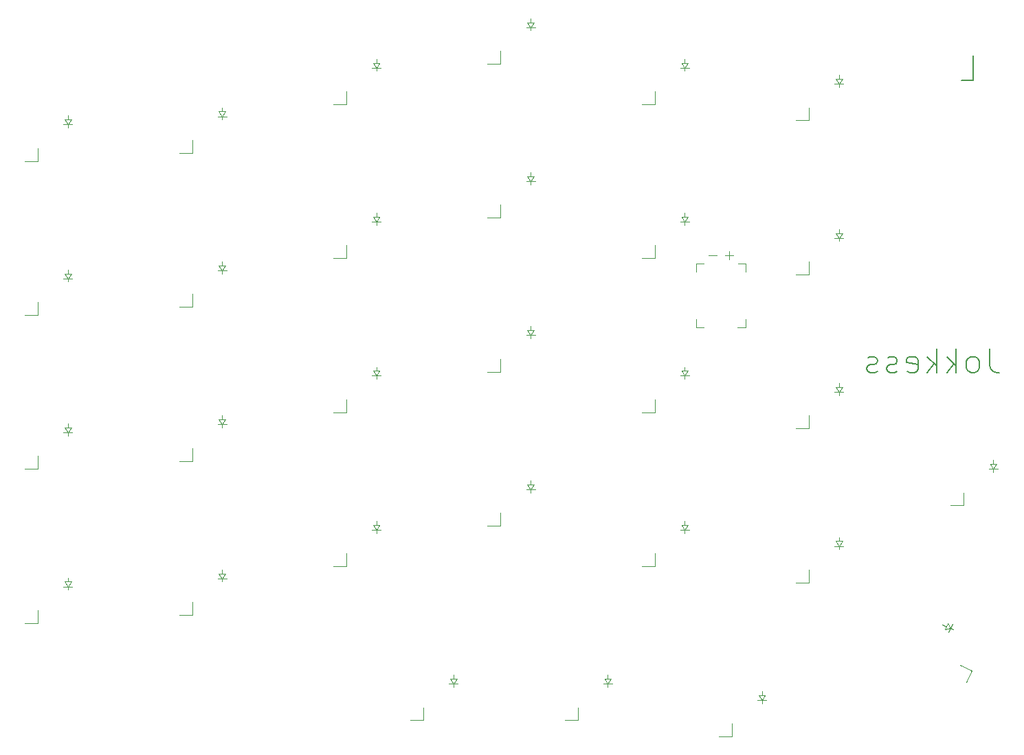
<source format=gbr>
%TF.GenerationSoftware,KiCad,Pcbnew,8.0.6*%
%TF.CreationDate,2024-12-22T09:15:40+01:00*%
%TF.ProjectId,left_finished,6c656674-5f66-4696-9e69-736865642e6b,0.1*%
%TF.SameCoordinates,Original*%
%TF.FileFunction,Legend,Bot*%
%TF.FilePolarity,Positive*%
%FSLAX46Y46*%
G04 Gerber Fmt 4.6, Leading zero omitted, Abs format (unit mm)*
G04 Created by KiCad (PCBNEW 8.0.6) date 2024-12-22 09:15:40*
%MOMM*%
%LPD*%
G01*
G04 APERTURE LIST*
%ADD10C,0.150000*%
%ADD11C,0.120000*%
%ADD12C,0.100000*%
G04 APERTURE END LIST*
D10*
X269071427Y-142480057D02*
X269071427Y-144622914D01*
X269071427Y-144622914D02*
X269214284Y-145051485D01*
X269214284Y-145051485D02*
X269499998Y-145337200D01*
X269499998Y-145337200D02*
X269928570Y-145480057D01*
X269928570Y-145480057D02*
X270214284Y-145480057D01*
X267214284Y-145480057D02*
X267499999Y-145337200D01*
X267499999Y-145337200D02*
X267642856Y-145194342D01*
X267642856Y-145194342D02*
X267785713Y-144908628D01*
X267785713Y-144908628D02*
X267785713Y-144051485D01*
X267785713Y-144051485D02*
X267642856Y-143765771D01*
X267642856Y-143765771D02*
X267499999Y-143622914D01*
X267499999Y-143622914D02*
X267214284Y-143480057D01*
X267214284Y-143480057D02*
X266785713Y-143480057D01*
X266785713Y-143480057D02*
X266499999Y-143622914D01*
X266499999Y-143622914D02*
X266357142Y-143765771D01*
X266357142Y-143765771D02*
X266214284Y-144051485D01*
X266214284Y-144051485D02*
X266214284Y-144908628D01*
X266214284Y-144908628D02*
X266357142Y-145194342D01*
X266357142Y-145194342D02*
X266499999Y-145337200D01*
X266499999Y-145337200D02*
X266785713Y-145480057D01*
X266785713Y-145480057D02*
X267214284Y-145480057D01*
X264928570Y-145480057D02*
X264928570Y-142480057D01*
X264642856Y-144337200D02*
X263785713Y-145480057D01*
X263785713Y-143480057D02*
X264928570Y-144622914D01*
X262499999Y-145480057D02*
X262499999Y-142480057D01*
X262214285Y-144337200D02*
X261357142Y-145480057D01*
X261357142Y-143480057D02*
X262499999Y-144622914D01*
X258928571Y-145337200D02*
X259214285Y-145480057D01*
X259214285Y-145480057D02*
X259785714Y-145480057D01*
X259785714Y-145480057D02*
X260071428Y-145337200D01*
X260071428Y-145337200D02*
X260214285Y-145051485D01*
X260214285Y-145051485D02*
X260214285Y-143908628D01*
X260214285Y-143908628D02*
X260071428Y-143622914D01*
X260071428Y-143622914D02*
X259785714Y-143480057D01*
X259785714Y-143480057D02*
X259214285Y-143480057D01*
X259214285Y-143480057D02*
X258928571Y-143622914D01*
X258928571Y-143622914D02*
X258785714Y-143908628D01*
X258785714Y-143908628D02*
X258785714Y-144194342D01*
X258785714Y-144194342D02*
X260214285Y-144480057D01*
X257642856Y-145337200D02*
X257357142Y-145480057D01*
X257357142Y-145480057D02*
X256785713Y-145480057D01*
X256785713Y-145480057D02*
X256499999Y-145337200D01*
X256499999Y-145337200D02*
X256357142Y-145051485D01*
X256357142Y-145051485D02*
X256357142Y-144908628D01*
X256357142Y-144908628D02*
X256499999Y-144622914D01*
X256499999Y-144622914D02*
X256785713Y-144480057D01*
X256785713Y-144480057D02*
X257214285Y-144480057D01*
X257214285Y-144480057D02*
X257499999Y-144337200D01*
X257499999Y-144337200D02*
X257642856Y-144051485D01*
X257642856Y-144051485D02*
X257642856Y-143908628D01*
X257642856Y-143908628D02*
X257499999Y-143622914D01*
X257499999Y-143622914D02*
X257214285Y-143480057D01*
X257214285Y-143480057D02*
X256785713Y-143480057D01*
X256785713Y-143480057D02*
X256499999Y-143622914D01*
X255214285Y-145337200D02*
X254928571Y-145480057D01*
X254928571Y-145480057D02*
X254357142Y-145480057D01*
X254357142Y-145480057D02*
X254071428Y-145337200D01*
X254071428Y-145337200D02*
X253928571Y-145051485D01*
X253928571Y-145051485D02*
X253928571Y-144908628D01*
X253928571Y-144908628D02*
X254071428Y-144622914D01*
X254071428Y-144622914D02*
X254357142Y-144480057D01*
X254357142Y-144480057D02*
X254785714Y-144480057D01*
X254785714Y-144480057D02*
X255071428Y-144337200D01*
X255071428Y-144337200D02*
X255214285Y-144051485D01*
X255214285Y-144051485D02*
X255214285Y-143908628D01*
X255214285Y-143908628D02*
X255071428Y-143622914D01*
X255071428Y-143622914D02*
X254785714Y-143480057D01*
X254785714Y-143480057D02*
X254357142Y-143480057D01*
X254357142Y-143480057D02*
X254071428Y-143622914D01*
X265571427Y-109380057D02*
X266999999Y-109380057D01*
X266999999Y-109380057D02*
X266999999Y-106380057D01*
D11*
%TO.C,JST1*%
X232890000Y-132040000D02*
X232890000Y-133040000D01*
X232890000Y-139860000D02*
X232890000Y-138860000D01*
X233810000Y-132040000D02*
X232890000Y-132040000D01*
X233810000Y-139860000D02*
X232890000Y-139860000D01*
D12*
X234450000Y-131000000D02*
X235450000Y-131000000D01*
X236950000Y-131500000D02*
X236950000Y-130500000D01*
X237450000Y-131000000D02*
X236450000Y-131000000D01*
D11*
X238010000Y-139860000D02*
X239010000Y-139860000D01*
X238090000Y-132040000D02*
X239010000Y-132040000D01*
X239010000Y-132040000D02*
X239010000Y-133040000D01*
X239010000Y-139860000D02*
X239010000Y-138860000D01*
D12*
%TO.C,D12*%
X193100000Y-107250000D02*
X193900000Y-107250000D01*
X193500000Y-107250000D02*
X193500000Y-106750000D01*
X193500000Y-107850000D02*
X192950000Y-107850000D01*
X193500000Y-107850000D02*
X193100000Y-107250000D01*
X193500000Y-107850000D02*
X194050000Y-107850000D01*
X193500000Y-108250000D02*
X193500000Y-107850000D01*
X193900000Y-107250000D02*
X193500000Y-107850000D01*
%TO.C,D8*%
X174100000Y-113250000D02*
X174900000Y-113250000D01*
X174500000Y-113250000D02*
X174500000Y-112750000D01*
X174500000Y-113850000D02*
X173950000Y-113850000D01*
X174500000Y-113850000D02*
X174100000Y-113250000D01*
X174500000Y-113850000D02*
X175050000Y-113850000D01*
X174500000Y-114250000D02*
X174500000Y-113850000D01*
X174900000Y-113250000D02*
X174500000Y-113850000D01*
%TO.C,D9*%
X193100000Y-164250000D02*
X193900000Y-164250000D01*
X193500000Y-164250000D02*
X193500000Y-163750000D01*
X193500000Y-164850000D02*
X192950000Y-164850000D01*
X193500000Y-164850000D02*
X193100000Y-164250000D01*
X193500000Y-164850000D02*
X194050000Y-164850000D01*
X193500000Y-165250000D02*
X193500000Y-164850000D01*
X193900000Y-164250000D02*
X193500000Y-164850000D01*
%TO.C,D13*%
X212100000Y-159250000D02*
X212900000Y-159250000D01*
X212500000Y-159250000D02*
X212500000Y-158750000D01*
X212500000Y-159850000D02*
X211950000Y-159850000D01*
X212500000Y-159850000D02*
X212100000Y-159250000D01*
X212500000Y-159850000D02*
X213050000Y-159850000D01*
X212500000Y-160250000D02*
X212500000Y-159850000D01*
X212900000Y-159250000D02*
X212500000Y-159850000D01*
D11*
%TO.C,LED12*%
X189800000Y-110750000D02*
X189800000Y-112350000D01*
X189800000Y-112350000D02*
X188200000Y-112350000D01*
D12*
%TO.C,D22*%
X250100000Y-147250000D02*
X250900000Y-147250000D01*
X250500000Y-147250000D02*
X250500000Y-146750000D01*
X250500000Y-147850000D02*
X249950000Y-147850000D01*
X250500000Y-147850000D02*
X250100000Y-147250000D01*
X250500000Y-147850000D02*
X251050000Y-147850000D01*
X250500000Y-148250000D02*
X250500000Y-147850000D01*
X250900000Y-147250000D02*
X250500000Y-147850000D01*
D11*
%TO.C,LED27*%
X237300000Y-188750000D02*
X237300000Y-190350000D01*
X237300000Y-190350000D02*
X235700000Y-190350000D01*
%TO.C,LED25*%
X199300000Y-186750000D02*
X199300000Y-188350000D01*
X199300000Y-188350000D02*
X197700000Y-188350000D01*
%TO.C,LED22*%
X246800000Y-150750000D02*
X246800000Y-152350000D01*
X246800000Y-152350000D02*
X245200000Y-152350000D01*
%TO.C,LED18*%
X227800000Y-148750000D02*
X227800000Y-150350000D01*
X227800000Y-150350000D02*
X226200000Y-150350000D01*
%TO.C,LED3*%
X151800000Y-136750000D02*
X151800000Y-138350000D01*
X151800000Y-138350000D02*
X150200000Y-138350000D01*
%TO.C,LED13*%
X208800000Y-162750000D02*
X208800000Y-164350000D01*
X208800000Y-164350000D02*
X207200000Y-164350000D01*
%TO.C,LED19*%
X227800000Y-129750000D02*
X227800000Y-131350000D01*
X227800000Y-131350000D02*
X226200000Y-131350000D01*
%TO.C,LED24*%
X246800000Y-112750000D02*
X246800000Y-114350000D01*
X246800000Y-114350000D02*
X245200000Y-114350000D01*
D12*
%TO.C,D18*%
X231100000Y-145250000D02*
X231900000Y-145250000D01*
X231500000Y-145250000D02*
X231500000Y-144750000D01*
X231500000Y-145850000D02*
X230950000Y-145850000D01*
X231500000Y-145850000D02*
X231100000Y-145250000D01*
X231500000Y-145850000D02*
X232050000Y-145850000D01*
X231500000Y-146250000D02*
X231500000Y-145850000D01*
X231900000Y-145250000D02*
X231500000Y-145850000D01*
%TO.C,D28*%
X263529762Y-177122248D02*
X263855151Y-176391412D01*
X263692457Y-176756830D02*
X263235684Y-176553462D01*
X263855151Y-176391412D02*
X264240584Y-177000872D01*
X264240584Y-177000872D02*
X263529762Y-177122248D01*
X264240584Y-177000872D02*
X264016879Y-177503322D01*
X264240584Y-177000872D02*
X264464289Y-176498422D01*
X264606002Y-177163566D02*
X264240584Y-177000872D01*
D11*
%TO.C,LED14*%
X208800000Y-143750000D02*
X208800000Y-145350000D01*
X208800000Y-145350000D02*
X207200000Y-145350000D01*
%TO.C,LED23*%
X246800000Y-131750000D02*
X246800000Y-133350000D01*
X246800000Y-133350000D02*
X245200000Y-133350000D01*
%TO.C,LED20*%
X227800000Y-110750000D02*
X227800000Y-112350000D01*
X227800000Y-112350000D02*
X226200000Y-112350000D01*
%TO.C,LED11*%
X189800000Y-129750000D02*
X189800000Y-131350000D01*
X189800000Y-131350000D02*
X188200000Y-131350000D01*
D12*
%TO.C,D15*%
X212100000Y-121250000D02*
X212900000Y-121250000D01*
X212500000Y-121250000D02*
X212500000Y-120750000D01*
X212500000Y-121850000D02*
X211950000Y-121850000D01*
X212500000Y-121850000D02*
X212100000Y-121250000D01*
X212500000Y-121850000D02*
X213050000Y-121850000D01*
X212500000Y-122250000D02*
X212500000Y-121850000D01*
X212900000Y-121250000D02*
X212500000Y-121850000D01*
%TO.C,D27*%
X240600000Y-185250000D02*
X241400000Y-185250000D01*
X241000000Y-185250000D02*
X241000000Y-184750000D01*
X241000000Y-185850000D02*
X240450000Y-185850000D01*
X241000000Y-185850000D02*
X240600000Y-185250000D01*
X241000000Y-185850000D02*
X241550000Y-185850000D01*
X241000000Y-186250000D02*
X241000000Y-185850000D01*
X241400000Y-185250000D02*
X241000000Y-185850000D01*
%TO.C,D29*%
X269100000Y-156750000D02*
X269900000Y-156750000D01*
X269500000Y-156750000D02*
X269500000Y-156250000D01*
X269500000Y-157350000D02*
X268950000Y-157350000D01*
X269500000Y-157350000D02*
X269100000Y-156750000D01*
X269500000Y-157350000D02*
X270050000Y-157350000D01*
X269500000Y-157750000D02*
X269500000Y-157350000D01*
X269900000Y-156750000D02*
X269500000Y-157350000D01*
%TO.C,D21*%
X250100000Y-166250000D02*
X250900000Y-166250000D01*
X250500000Y-166250000D02*
X250500000Y-165750000D01*
X250500000Y-166850000D02*
X249950000Y-166850000D01*
X250500000Y-166850000D02*
X250100000Y-166250000D01*
X250500000Y-166850000D02*
X251050000Y-166850000D01*
X250500000Y-167250000D02*
X250500000Y-166850000D01*
X250900000Y-166250000D02*
X250500000Y-166850000D01*
D11*
%TO.C,LED6*%
X170800000Y-154750000D02*
X170800000Y-156350000D01*
X170800000Y-156350000D02*
X169200000Y-156350000D01*
%TO.C,LED9*%
X189800000Y-167750000D02*
X189800000Y-169350000D01*
X189800000Y-169350000D02*
X188200000Y-169350000D01*
%TO.C,LED28*%
X265384940Y-181560526D02*
X266846613Y-182211305D01*
X266846613Y-182211305D02*
X266195834Y-183672978D01*
%TO.C,LED21*%
X246800000Y-169750000D02*
X246800000Y-171350000D01*
X246800000Y-171350000D02*
X245200000Y-171350000D01*
D12*
%TO.C,D17*%
X231100000Y-164250000D02*
X231900000Y-164250000D01*
X231500000Y-164250000D02*
X231500000Y-163750000D01*
X231500000Y-164850000D02*
X230950000Y-164850000D01*
X231500000Y-164850000D02*
X231100000Y-164250000D01*
X231500000Y-164850000D02*
X232050000Y-164850000D01*
X231500000Y-165250000D02*
X231500000Y-164850000D01*
X231900000Y-164250000D02*
X231500000Y-164850000D01*
D11*
%TO.C,LED1*%
X151800000Y-174750000D02*
X151800000Y-176350000D01*
X151800000Y-176350000D02*
X150200000Y-176350000D01*
%TO.C,LED4*%
X151800000Y-117750000D02*
X151800000Y-119350000D01*
X151800000Y-119350000D02*
X150200000Y-119350000D01*
%TO.C,LED16*%
X208800000Y-105750000D02*
X208800000Y-107350000D01*
X208800000Y-107350000D02*
X207200000Y-107350000D01*
D12*
%TO.C,D26*%
X221600000Y-183250000D02*
X222400000Y-183250000D01*
X222000000Y-183250000D02*
X222000000Y-182750000D01*
X222000000Y-183850000D02*
X221450000Y-183850000D01*
X222000000Y-183850000D02*
X221600000Y-183250000D01*
X222000000Y-183850000D02*
X222550000Y-183850000D01*
X222000000Y-184250000D02*
X222000000Y-183850000D01*
X222400000Y-183250000D02*
X222000000Y-183850000D01*
D11*
%TO.C,LED15*%
X208800000Y-124750000D02*
X208800000Y-126350000D01*
X208800000Y-126350000D02*
X207200000Y-126350000D01*
%TO.C,LED8*%
X170800000Y-116750000D02*
X170800000Y-118350000D01*
X170800000Y-118350000D02*
X169200000Y-118350000D01*
D12*
%TO.C,D24*%
X250100000Y-109250000D02*
X250900000Y-109250000D01*
X250500000Y-109250000D02*
X250500000Y-108750000D01*
X250500000Y-109850000D02*
X249950000Y-109850000D01*
X250500000Y-109850000D02*
X250100000Y-109250000D01*
X250500000Y-109850000D02*
X251050000Y-109850000D01*
X250500000Y-110250000D02*
X250500000Y-109850000D01*
X250900000Y-109250000D02*
X250500000Y-109850000D01*
D11*
%TO.C,LED26*%
X218300000Y-186750000D02*
X218300000Y-188350000D01*
X218300000Y-188350000D02*
X216700000Y-188350000D01*
%TO.C,LED10*%
X189800000Y-148750000D02*
X189800000Y-150350000D01*
X189800000Y-150350000D02*
X188200000Y-150350000D01*
D12*
%TO.C,D23*%
X250100000Y-128250000D02*
X250900000Y-128250000D01*
X250500000Y-128250000D02*
X250500000Y-127750000D01*
X250500000Y-128850000D02*
X249950000Y-128850000D01*
X250500000Y-128850000D02*
X250100000Y-128250000D01*
X250500000Y-128850000D02*
X251050000Y-128850000D01*
X250500000Y-129250000D02*
X250500000Y-128850000D01*
X250900000Y-128250000D02*
X250500000Y-128850000D01*
%TO.C,D1*%
X155100000Y-171250000D02*
X155900000Y-171250000D01*
X155500000Y-171250000D02*
X155500000Y-170750000D01*
X155500000Y-171850000D02*
X154950000Y-171850000D01*
X155500000Y-171850000D02*
X155100000Y-171250000D01*
X155500000Y-171850000D02*
X156050000Y-171850000D01*
X155500000Y-172250000D02*
X155500000Y-171850000D01*
X155900000Y-171250000D02*
X155500000Y-171850000D01*
%TO.C,D16*%
X212100000Y-102250000D02*
X212900000Y-102250000D01*
X212500000Y-102250000D02*
X212500000Y-101750000D01*
X212500000Y-102850000D02*
X211950000Y-102850000D01*
X212500000Y-102850000D02*
X212100000Y-102250000D01*
X212500000Y-102850000D02*
X213050000Y-102850000D01*
X212500000Y-103250000D02*
X212500000Y-102850000D01*
X212900000Y-102250000D02*
X212500000Y-102850000D01*
%TO.C,D10*%
X193100000Y-145250000D02*
X193900000Y-145250000D01*
X193500000Y-145250000D02*
X193500000Y-144750000D01*
X193500000Y-145850000D02*
X192950000Y-145850000D01*
X193500000Y-145850000D02*
X193100000Y-145250000D01*
X193500000Y-145850000D02*
X194050000Y-145850000D01*
X193500000Y-146250000D02*
X193500000Y-145850000D01*
X193900000Y-145250000D02*
X193500000Y-145850000D01*
%TO.C,D2*%
X155100000Y-152250000D02*
X155900000Y-152250000D01*
X155500000Y-152250000D02*
X155500000Y-151750000D01*
X155500000Y-152850000D02*
X154950000Y-152850000D01*
X155500000Y-152850000D02*
X155100000Y-152250000D01*
X155500000Y-152850000D02*
X156050000Y-152850000D01*
X155500000Y-153250000D02*
X155500000Y-152850000D01*
X155900000Y-152250000D02*
X155500000Y-152850000D01*
%TO.C,D5*%
X174100000Y-170250000D02*
X174900000Y-170250000D01*
X174500000Y-170250000D02*
X174500000Y-169750000D01*
X174500000Y-170850000D02*
X173950000Y-170850000D01*
X174500000Y-170850000D02*
X174100000Y-170250000D01*
X174500000Y-170850000D02*
X175050000Y-170850000D01*
X174500000Y-171250000D02*
X174500000Y-170850000D01*
X174900000Y-170250000D02*
X174500000Y-170850000D01*
D11*
%TO.C,LED17*%
X227800000Y-167750000D02*
X227800000Y-169350000D01*
X227800000Y-169350000D02*
X226200000Y-169350000D01*
D12*
%TO.C,D11*%
X193100000Y-126250000D02*
X193900000Y-126250000D01*
X193500000Y-126250000D02*
X193500000Y-125750000D01*
X193500000Y-126850000D02*
X192950000Y-126850000D01*
X193500000Y-126850000D02*
X193100000Y-126250000D01*
X193500000Y-126850000D02*
X194050000Y-126850000D01*
X193500000Y-127250000D02*
X193500000Y-126850000D01*
X193900000Y-126250000D02*
X193500000Y-126850000D01*
D11*
%TO.C,LED5*%
X170800000Y-173750000D02*
X170800000Y-175350000D01*
X170800000Y-175350000D02*
X169200000Y-175350000D01*
D12*
%TO.C,D6*%
X174100000Y-151250000D02*
X174900000Y-151250000D01*
X174500000Y-151250000D02*
X174500000Y-150750000D01*
X174500000Y-151850000D02*
X173950000Y-151850000D01*
X174500000Y-151850000D02*
X174100000Y-151250000D01*
X174500000Y-151850000D02*
X175050000Y-151850000D01*
X174500000Y-152250000D02*
X174500000Y-151850000D01*
X174900000Y-151250000D02*
X174500000Y-151850000D01*
%TO.C,D19*%
X231100000Y-126250000D02*
X231900000Y-126250000D01*
X231500000Y-126250000D02*
X231500000Y-125750000D01*
X231500000Y-126850000D02*
X230950000Y-126850000D01*
X231500000Y-126850000D02*
X231100000Y-126250000D01*
X231500000Y-126850000D02*
X232050000Y-126850000D01*
X231500000Y-127250000D02*
X231500000Y-126850000D01*
X231900000Y-126250000D02*
X231500000Y-126850000D01*
D11*
%TO.C,LED29*%
X265800000Y-160250000D02*
X265800000Y-161850000D01*
X265800000Y-161850000D02*
X264200000Y-161850000D01*
D12*
%TO.C,D3*%
X155100000Y-133250000D02*
X155900000Y-133250000D01*
X155500000Y-133250000D02*
X155500000Y-132750000D01*
X155500000Y-133850000D02*
X154950000Y-133850000D01*
X155500000Y-133850000D02*
X155100000Y-133250000D01*
X155500000Y-133850000D02*
X156050000Y-133850000D01*
X155500000Y-134250000D02*
X155500000Y-133850000D01*
X155900000Y-133250000D02*
X155500000Y-133850000D01*
%TO.C,D20*%
X231100000Y-107250000D02*
X231900000Y-107250000D01*
X231500000Y-107250000D02*
X231500000Y-106750000D01*
X231500000Y-107850000D02*
X230950000Y-107850000D01*
X231500000Y-107850000D02*
X231100000Y-107250000D01*
X231500000Y-107850000D02*
X232050000Y-107850000D01*
X231500000Y-108250000D02*
X231500000Y-107850000D01*
X231900000Y-107250000D02*
X231500000Y-107850000D01*
D11*
%TO.C,LED7*%
X170800000Y-135750000D02*
X170800000Y-137350000D01*
X170800000Y-137350000D02*
X169200000Y-137350000D01*
%TO.C,LED2*%
X151800000Y-155750000D02*
X151800000Y-157350000D01*
X151800000Y-157350000D02*
X150200000Y-157350000D01*
D12*
%TO.C,D25*%
X202600000Y-183250000D02*
X203400000Y-183250000D01*
X203000000Y-183250000D02*
X203000000Y-182750000D01*
X203000000Y-183850000D02*
X202450000Y-183850000D01*
X203000000Y-183850000D02*
X202600000Y-183250000D01*
X203000000Y-183850000D02*
X203550000Y-183850000D01*
X203000000Y-184250000D02*
X203000000Y-183850000D01*
X203400000Y-183250000D02*
X203000000Y-183850000D01*
%TO.C,D4*%
X155100000Y-114250000D02*
X155900000Y-114250000D01*
X155500000Y-114250000D02*
X155500000Y-113750000D01*
X155500000Y-114850000D02*
X154950000Y-114850000D01*
X155500000Y-114850000D02*
X155100000Y-114250000D01*
X155500000Y-114850000D02*
X156050000Y-114850000D01*
X155500000Y-115250000D02*
X155500000Y-114850000D01*
X155900000Y-114250000D02*
X155500000Y-114850000D01*
%TO.C,D7*%
X174100000Y-132250000D02*
X174900000Y-132250000D01*
X174500000Y-132250000D02*
X174500000Y-131750000D01*
X174500000Y-132850000D02*
X173950000Y-132850000D01*
X174500000Y-132850000D02*
X174100000Y-132250000D01*
X174500000Y-132850000D02*
X175050000Y-132850000D01*
X174500000Y-133250000D02*
X174500000Y-132850000D01*
X174900000Y-132250000D02*
X174500000Y-132850000D01*
%TO.C,D14*%
X212100000Y-140250000D02*
X212900000Y-140250000D01*
X212500000Y-140250000D02*
X212500000Y-139750000D01*
X212500000Y-140850000D02*
X211950000Y-140850000D01*
X212500000Y-140850000D02*
X212100000Y-140250000D01*
X212500000Y-140850000D02*
X213050000Y-140850000D01*
X212500000Y-141250000D02*
X212500000Y-140850000D01*
X212900000Y-140250000D02*
X212500000Y-140850000D01*
%TD*%
M02*

</source>
